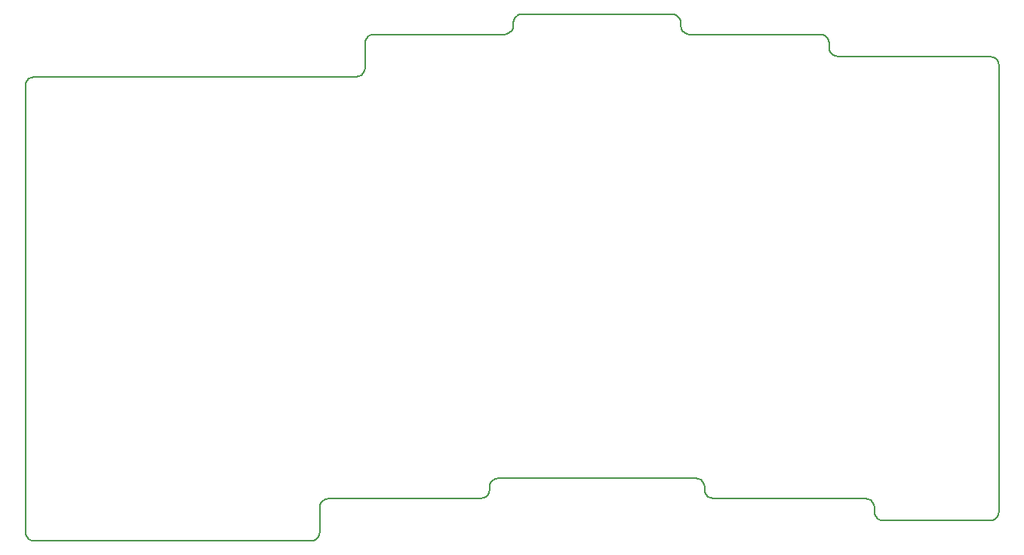
<source format=gbr>
G04 #@! TF.GenerationSoftware,KiCad,Pcbnew,(5.1.0)-1*
G04 #@! TF.CreationDate,2020-09-29T23:23:54+10:00*
G04 #@! TF.ProjectId,oddball,6f646462-616c-46c2-9e6b-696361645f70,rev?*
G04 #@! TF.SameCoordinates,Original*
G04 #@! TF.FileFunction,Profile,NP*
%FSLAX46Y46*%
G04 Gerber Fmt 4.6, Leading zero omitted, Abs format (unit mm)*
G04 Created by KiCad (PCBNEW (5.1.0)-1) date 2020-09-29 23:23:54*
%MOMM*%
%LPD*%
G04 APERTURE LIST*
%ADD10C,0.200000*%
G04 APERTURE END LIST*
D10*
X163725000Y-60612500D02*
X163676100Y-60303500D01*
X163916000Y-61676800D02*
X163774000Y-61398000D01*
X164416000Y-62040100D02*
X164137200Y-61898000D01*
X127275000Y-59612500D02*
X112625000Y-59612500D01*
X181775000Y-62089000D02*
X164725000Y-62089000D01*
X111673900Y-60303500D02*
X111625000Y-60612500D01*
X128466000Y-57738700D02*
X128323900Y-58017500D01*
X129275000Y-57326500D02*
X128966000Y-57375500D01*
X147123900Y-58921500D02*
X147075000Y-58612500D01*
X163534000Y-60024700D02*
X163312799Y-59803500D01*
X74215990Y-64424000D02*
X73937210Y-64566000D01*
X147075000Y-58612500D02*
X147075000Y-58326500D01*
X163676100Y-60303500D02*
X163534000Y-60024700D01*
X128966000Y-57375500D02*
X128687199Y-57517500D01*
X73715990Y-64787200D02*
X73573940Y-65066000D01*
X128275000Y-58612500D02*
X128226000Y-58921500D01*
X73573940Y-65066000D02*
X73524990Y-65375000D01*
X128084000Y-59200300D02*
X127862800Y-59421500D01*
X147487200Y-59421500D02*
X147266000Y-59200300D01*
X147766000Y-59563600D02*
X147487200Y-59421500D01*
X148075000Y-59612500D02*
X147766000Y-59563600D01*
X164137200Y-61898000D02*
X163916000Y-61676800D01*
X164725000Y-62089000D02*
X164416000Y-62040100D01*
X182584000Y-62501200D02*
X182363000Y-62280000D01*
X111625000Y-60612500D02*
X111625000Y-63375000D01*
X146075000Y-57326500D02*
X129275000Y-57326500D01*
X182726000Y-62780000D02*
X182584000Y-62501200D01*
X182775000Y-113189010D02*
X182775000Y-63089000D01*
X163725000Y-61089000D02*
X163725000Y-60612500D01*
X73937210Y-64566000D02*
X73715990Y-64787200D01*
X182775000Y-63089000D02*
X182726000Y-62780000D01*
X147266000Y-59200300D02*
X147123900Y-58921500D01*
X111434000Y-63962800D02*
X111212800Y-64184000D01*
X128687199Y-57517500D02*
X128466000Y-57738700D01*
X182726000Y-113498020D02*
X182775000Y-113189010D01*
X182084000Y-62138000D02*
X181775000Y-62089000D01*
X182584000Y-113776790D02*
X182726000Y-113498020D01*
X111625000Y-63375000D02*
X111576000Y-63684000D01*
X111576000Y-63684000D02*
X111434000Y-63962800D01*
X128323900Y-58017500D02*
X128275000Y-58326500D01*
X110625000Y-64375000D02*
X74524990Y-64375000D01*
X128226000Y-58921500D02*
X128084000Y-59200300D01*
X146884000Y-57738700D02*
X146662800Y-57517500D01*
X182363000Y-62280000D02*
X182084000Y-62138000D01*
X182363000Y-113998020D02*
X182584000Y-113776790D01*
X74524990Y-64375000D02*
X74215990Y-64424000D01*
X182084000Y-114140060D02*
X182363000Y-113998020D01*
X147026000Y-58017500D02*
X146884000Y-57738700D01*
X162725000Y-59612500D02*
X148075000Y-59612500D01*
X163774000Y-61398000D02*
X163725000Y-61089000D01*
X111816000Y-60024700D02*
X111673900Y-60303500D01*
X111212800Y-64184000D02*
X110934000Y-64325999D01*
X112037200Y-59803500D02*
X111816000Y-60024700D01*
X112625000Y-59612500D02*
X112316000Y-59661500D01*
X127584000Y-59563600D02*
X127275000Y-59612500D01*
X110934000Y-64325999D02*
X110625000Y-64375000D01*
X112316000Y-59661500D02*
X112037200Y-59803500D01*
X127862800Y-59421500D02*
X127584000Y-59563600D01*
X128275000Y-58326500D02*
X128275000Y-58612500D01*
X146384000Y-57375500D02*
X146075000Y-57326500D01*
X146662800Y-57517500D02*
X146384000Y-57375500D01*
X147075000Y-58326500D02*
X147026000Y-58017500D01*
X163034000Y-59661500D02*
X162725000Y-59612500D01*
X163312799Y-59803500D02*
X163034000Y-59661500D01*
X169187200Y-113998020D02*
X169466000Y-114140060D01*
X150725000Y-111712510D02*
X167775000Y-111712510D01*
X124625000Y-111712510D02*
X124934000Y-111663560D01*
X168775000Y-112712510D02*
X168775000Y-113189010D01*
X125212800Y-111521510D02*
X125434000Y-111300290D01*
X169466000Y-114140060D02*
X169775000Y-114189010D01*
X106526000Y-115784010D02*
X106575000Y-115475010D01*
X150137200Y-111521510D02*
X150416000Y-111663560D01*
X149676000Y-110117490D02*
X149725000Y-110426510D01*
X106384000Y-116062790D02*
X106526000Y-115784010D01*
X168823899Y-113498020D02*
X168966000Y-113776790D01*
X150416000Y-111663560D02*
X150725000Y-111712510D01*
X149773900Y-111021510D02*
X149916000Y-111300290D01*
X106575000Y-115475010D02*
X106575000Y-112712510D01*
X124934000Y-111663560D02*
X125212800Y-111521510D01*
X168726000Y-112403490D02*
X168775000Y-112712510D01*
X149916000Y-111300290D02*
X150137200Y-111521510D01*
X168584000Y-112124730D02*
X168726000Y-112403490D01*
X168084000Y-111761460D02*
X168362800Y-111903490D01*
X181775000Y-114189010D02*
X182084000Y-114140060D01*
X149034000Y-109475500D02*
X149312799Y-109617500D01*
X168775000Y-113189010D02*
X168823899Y-113498020D01*
X148725000Y-109426500D02*
X149034000Y-109475500D01*
X149534000Y-109838700D02*
X149676000Y-110117490D01*
X168966000Y-113776790D02*
X169187200Y-113998020D01*
X107265999Y-111761460D02*
X107575000Y-111712510D01*
X169775000Y-114189010D02*
X181775000Y-114189010D01*
X125816000Y-109838700D02*
X126037200Y-109617500D01*
X107575000Y-111712510D02*
X124625000Y-111712510D01*
X106987200Y-111903490D02*
X107265999Y-111761460D01*
X167775000Y-111712510D02*
X168084000Y-111761460D01*
X149725000Y-110712510D02*
X149773900Y-111021510D01*
X149725000Y-110426510D02*
X149725000Y-110712510D01*
X126625000Y-109426500D02*
X148725000Y-109426500D01*
X149312799Y-109617500D02*
X149534000Y-109838700D01*
X125625000Y-110426510D02*
X125674000Y-110117490D01*
X125625000Y-110712510D02*
X125625000Y-110426510D01*
X106765999Y-112124730D02*
X106987200Y-111903490D01*
X125576000Y-111021510D02*
X125625000Y-110712510D01*
X125434000Y-111300290D02*
X125576000Y-111021510D01*
X106575000Y-112712510D02*
X106623899Y-112403490D01*
X168362800Y-111903490D02*
X168584000Y-112124730D01*
X106623899Y-112403490D02*
X106765999Y-112124730D01*
X126037200Y-109617500D02*
X126316000Y-109475500D01*
X125674000Y-110117490D02*
X125816000Y-109838700D01*
X106162800Y-116284010D02*
X106384000Y-116062790D01*
X105884000Y-116426060D02*
X106162800Y-116284010D01*
X126316000Y-109475500D02*
X126625000Y-109426500D01*
X105575000Y-116475010D02*
X105884000Y-116426060D01*
X73937210Y-116284010D02*
X74215990Y-116426060D01*
X73715990Y-116062790D02*
X73937210Y-116284010D01*
X73573940Y-115784010D02*
X73715990Y-116062790D01*
X73524990Y-115475010D02*
X73573940Y-115784010D01*
X73524990Y-65375000D02*
X73524990Y-115475010D01*
X74524990Y-116475010D02*
X105575000Y-116475010D01*
X74215990Y-116426060D02*
X74524990Y-116475010D01*
M02*

</source>
